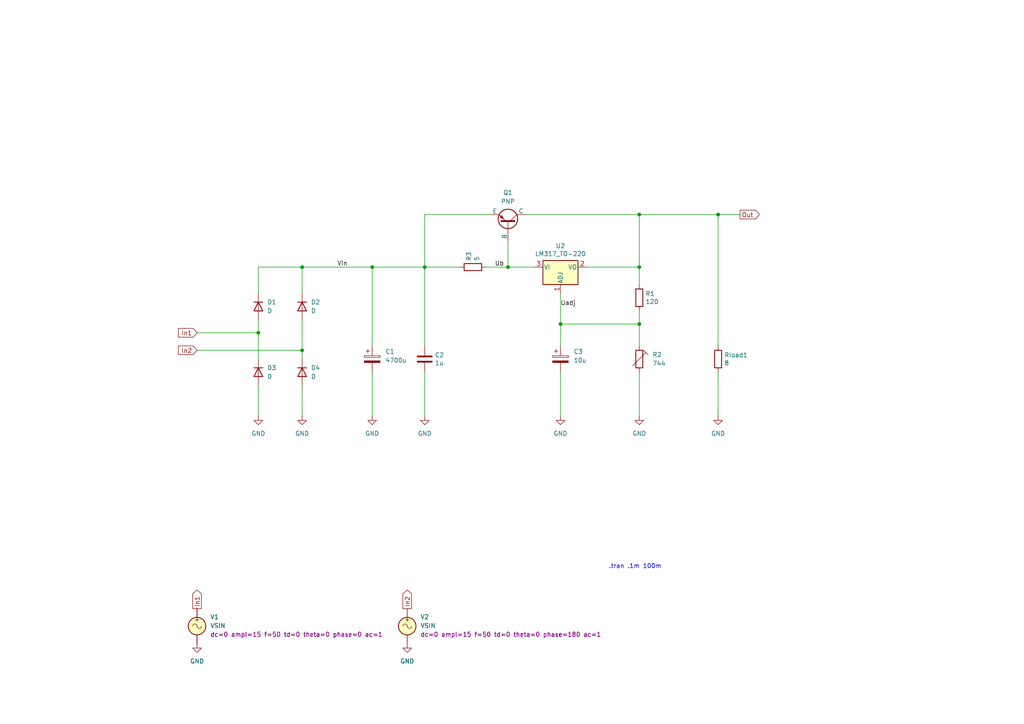
<source format=kicad_sch>
(kicad_sch (version 20231120) (generator "eeschema") (generator_version "8.0")
  (paper "A4")
  (title_block (title "Rectifier with 4 diodes, regulator and PNP passtransistor") (date "2024-05-27") (rev "2") (company "GitHub/OJStuff"))
  (lib_symbols
    (symbol "Device:C" (pin_numbers hide) (pin_names (offset 0.254))
      (property "Reference" "C" (at 0.635 2.54 0))
      (property "Value" "C" (at 0.635 -2.54 0))
      (symbol "C_0_1"
        (polyline (pts (xy -2.032 -0.762) (xy 2.032 -0.762)) (stroke (width 0.508)))
        (polyline (pts (xy -2.032 0.762) (xy 2.032 0.762)) (stroke (width 0.508)))
      )
      (symbol "C_1_1"
        (pin passive line (at 0 3.81 270) (length 2.794) (name "~") (number "1"))
        (pin passive line (at 0 -3.81 90) (length 2.794) (name "~") (number "2"))
      )
    )
    (symbol "Device:C_Polarized" (pin_numbers hide) (pin_names (offset 0.254))
      (property "Reference" "C" (at 0.635 2.54 0))
      (property "Value" "C_Polarized" (at 0.635 -2.54 0))
      (symbol "C_Polarized_0_1"
        (rectangle (start -2.286 0.508) (end 2.286 1.016))
        (polyline (pts (xy -1.778 2.286) (xy -0.762 2.286)))
        (polyline (pts (xy -1.27 2.794) (xy -1.27 1.778)))
        (rectangle (start 2.286 -0.508) (end -2.286 -1.016) (fill (type outline)))
      )
      (symbol "C_Polarized_1_1"
        (pin passive line (at 0 3.81 270) (length 2.794) (name "~") (number "1"))
        (pin passive line (at 0 -3.81 90) (length 2.794) (name "~") (number "2"))
      )
    )
    (symbol "Device:D" (pin_numbers hide) (pin_names (offset 1.016) hide)
      (property "Reference" "D" (at 0 2.54 0))
      (property "Value" "D" (at 0 -2.54 0))
      (symbol "D_0_1"
        (polyline (pts (xy -1.27 1.27) (xy -1.27 -1.27)) (stroke (width 0.254)))
        (polyline (pts (xy 1.27 0) (xy -1.27 0)))
        (polyline (pts (xy 1.27 1.27) (xy 1.27 -1.27) (xy -1.27 0) (xy 1.27 1.27)) (stroke (width 0.254)))
      )
      (symbol "D_1_1"
        (pin passive line (at -3.81 0 0) (length 2.54) (name "K") (number "1"))
        (pin passive line (at 3.81 0 180) (length 2.54) (name "A") (number "2"))
      )
    )
    (symbol "Device:R" (pin_numbers hide) (pin_names (offset 0))
      (property "Reference" "R" (at 2.032 0 90))
      (property "Value" "R" (at 0 0 90))
      (symbol "R_0_1"
        (rectangle (start -1.016 -2.54) (end 1.016 2.54) (stroke (width 0.254)))
      )
      (symbol "R_1_1"
        (pin passive line (at 0 3.81 270) (length 1.27) (name "~") (number "1"))
        (pin passive line (at 0 -3.81 90) (length 1.27) (name "~") (number "2"))
      )
    )
    (symbol "Device:R_Trim" (pin_numbers hide) (pin_names (offset 0))
      (property "Reference" "R" (at 2.54 -2.54 90))
      (property "Value" "R_Trim" (at -2.54 -0.635 90))
      (symbol "R_Trim_0_1"
        (rectangle (start -1.016 -2.54) (end 1.016 2.54) (stroke (width 0.254)))
        (polyline (pts (xy -1.905 -1.905) (xy 1.905 1.905) (xy 2.54 1.27) (xy 1.27 2.54)))
      )
      (symbol "R_Trim_1_1"
        (pin passive line (at 0 3.81 270) (length 1.27) (name "~") (number "1"))
        (pin passive line (at 0 -3.81 90) (length 1.27) (name "~") (number "2"))
      )
    )
    (symbol "GND_1" (power) (pin_numbers hide) (pin_names (offset 0) hide)
      (property "Value" "GND" (at 0 -3.81 0))
      (symbol "GND_1_0_1"
        (polyline (pts (xy 0 0) (xy 0 -1.27) (xy 1.27 -1.27) (xy 0 -2.54) (xy -1.27 -1.27) (xy 0 -1.27)))
      )
      (symbol "GND_1_1_1"
        (pin power_in line (at 0 0 270) (length 0) (name "~") (number "1"))
      )
    )
    (symbol "Regulator_Linear:LM317_TO-220" (pin_names (offset 0.254))
      (property "Reference" "U" (at -3.81 3.175 0))
      (property "Value" "LM317_TO-220" (at 0 3.175 0))
      (symbol "LM317_TO-220_0_1"
        (rectangle (start -5.08 1.905) (end 5.08 -5.08) (stroke (width 0.254)) (fill (type background)))
      )
      (symbol "LM317_TO-220_1_1"
        (pin input line (at 0 -7.62 90) (length 2.54) (name "ADJ") (number "1"))
        (pin power_out line (at 7.62 0 180) (length 2.54) (name "VO") (number "2"))
        (pin power_in line (at -7.62 0 0) (length 2.54) (name "VI") (number "3"))
      )
    )
    (symbol "Simulation_SPICE:PNP" (pin_numbers hide) (pin_names (offset 0))
      (property "Reference" "Q" (at -2.54 7.62 0))
      (property "Value" "PNP" (at -2.54 5.08 0))
      (symbol "PNP_0_1"
        (polyline (pts (xy -2.54 0) (xy 0.635 0)) (stroke (width 0.1524)))
        (polyline (pts (xy 0.635 0.635) (xy 2.54 2.54)))
        (polyline (pts (xy 0.635 -0.635) (xy 2.54 -2.54) (xy 2.54 -2.54)))
        (polyline (pts (xy 0.635 1.905) (xy 0.635 -1.905) (xy 0.635 -1.905)) (stroke (width 0.508)))
        (polyline (pts (xy 2.286 -1.778) (xy 1.778 -2.286) (xy 1.27 -1.27) (xy 2.286 -1.778) (xy 2.286 -1.778)) (fill (type outline)))
        (circle (center 1.27 0) (radius 2.8194) (stroke (width 0.254)))
      )
      (symbol "PNP_1_1"
        (pin open_collector line (at 2.54 5.08 270) (length 2.54) (name "C") (number "1"))
        (pin input line (at -5.08 0 0) (length 2.54) (name "B") (number "2"))
        (pin open_emitter line (at 2.54 -5.08 90) (length 2.54) (name "E") (number "3"))
      )
    )
    (symbol "VSIN_1" (pin_numbers hide) (pin_names (offset 0.0254))
      (property "Reference" "V" (at 2.54 2.54 0))
      (property "Value" "VSIN" (at 2.54 0 0))
      (property "Sim.Params" "dc=0 ampl=1 f=1k ac=1" (at 2.54 -2.54 0))
      (symbol "VSIN_1_0_0"
        (arc (start 0 0) (mid -0.635 0.6323) (end -1.27 0))
        (arc (start 0 0) (mid 0.635 -0.6323) (end 1.27 0))
        (text "+" (at 0 1.905 0) (effects (font (size 1.27 1.27))))
      )
      (symbol "VSIN_1_0_1"
        (circle (center 0 0) (radius 2.54) (stroke (width 0.254)) (fill (type background)))
      )
      (symbol "VSIN_1_1_1"
        (pin passive line (at 0 5.08 270) (length 2.54) (name "~") (number "1"))
        (pin passive line (at 0 -5.08 90) (length 2.54) (name "~") (number "2"))
      )
    )
  )
  (junction (at 123.19 77.47))
  (junction (at 185.42 62.23))
  (junction (at 162.56 93.98))
  (junction (at 74.93 96.52))
  (junction (at 185.42 77.47))
  (junction (at 147.32 77.47))
  (junction (at 208.28 62.23))
  (junction (at 107.95 77.47))
  (junction (at 87.63 101.6))
  (junction (at 87.63 77.47))
  (junction (at 185.42 93.98))
  (wire (pts (xy 123.19 107.95) (xy 123.19 120.65)))
  (wire (pts (xy 208.28 107.95) (xy 208.28 120.65)))
  (wire (pts (xy 74.93 92.71) (xy 74.93 96.52)))
  (wire (pts (xy 208.28 62.23) (xy 214.63 62.23)))
  (wire (pts (xy 87.63 111.76) (xy 87.63 120.65)))
  (wire (pts (xy 123.19 77.47) (xy 123.19 100.33)))
  (wire (pts (xy 123.19 62.23) (xy 123.19 77.47)))
  (wire (pts (xy 107.95 77.47) (xy 123.19 77.47)))
  (wire (pts (xy 147.32 77.47) (xy 154.94 77.47)))
  (wire (pts (xy 185.42 107.95) (xy 185.42 120.65)))
  (wire (pts (xy 87.63 85.09) (xy 87.63 77.47)))
  (wire (pts (xy 185.42 77.47) (xy 185.42 62.23)))
  (wire (pts (xy 74.93 77.47) (xy 87.63 77.47)))
  (wire (pts (xy 57.15 96.52) (xy 74.93 96.52)))
  (wire (pts (xy 107.95 77.47) (xy 107.95 100.33)))
  (wire (pts (xy 87.63 77.47) (xy 107.95 77.47)))
  (wire (pts (xy 185.42 90.17) (xy 185.42 93.98)))
  (wire (pts (xy 208.28 100.33) (xy 208.28 62.23)))
  (wire (pts (xy 74.93 96.52) (xy 74.93 104.14)))
  (wire (pts (xy 162.56 85.09) (xy 162.56 93.98)))
  (wire (pts (xy 152.4 62.23) (xy 185.42 62.23)))
  (wire (pts (xy 123.19 62.23) (xy 142.24 62.23)))
  (wire (pts (xy 185.42 93.98) (xy 185.42 100.33)))
  (wire (pts (xy 87.63 92.71) (xy 87.63 101.6)))
  (wire (pts (xy 107.95 107.95) (xy 107.95 120.65)))
  (wire (pts (xy 74.93 85.09) (xy 74.93 77.47)))
  (wire (pts (xy 170.18 77.47) (xy 185.42 77.47)))
  (wire (pts (xy 147.32 69.85) (xy 147.32 77.47)))
  (wire (pts (xy 162.56 93.98) (xy 185.42 93.98)))
  (wire (pts (xy 87.63 104.14) (xy 87.63 101.6)))
  (wire (pts (xy 185.42 62.23) (xy 208.28 62.23)))
  (wire (pts (xy 57.15 101.6) (xy 87.63 101.6)))
  (wire (pts (xy 123.19 77.47) (xy 133.35 77.47)))
  (wire (pts (xy 162.56 107.95) (xy 162.56 120.65)))
  (wire (pts (xy 185.42 77.47) (xy 185.42 82.55)))
  (wire (pts (xy 140.97 77.47) (xy 147.32 77.47)))
  (wire (pts (xy 162.56 93.98) (xy 162.56 100.33)))
  (wire (pts (xy 74.93 111.76) (xy 74.93 120.65)))
  (text ".tran .1m 100m" (at 176.53 165.1 0) (effects (font (size 1.27 1.27)) (justify left bottom)))
  (label "Vin" (at 97.79 77.47 0))
  (label "Ub" (at 143.51 77.47 0))
  (label "Uadj" (at 162.56 88.9 0))
  (global_label "In2" (shape input) (at 57.15 101.6 180) (property "Intersheetrefs" "${INTERSHEET_REFS}" (effects (hide yes))))
  (global_label "Out" (shape output) (at 214.63 62.23 0) (property "Intersheetrefs" "${INTERSHEET_REFS}" (effects (hide yes))))
  (global_label "In1" (shape input) (at 57.15 96.52 180) (property "Intersheetrefs" "${INTERSHEET_REFS}" (effects (hide yes))))
  (global_label "In1" (shape output) (at 57.15 176.53 90) (property "Intersheetrefs" "${INTERSHEET_REFS}" (effects (hide yes))))
  (global_label "In2" (shape output) (at 118.11 176.53 90) (property "Intersheetrefs" "${INTERSHEET_REFS}" (effects (hide yes))))
  (symbol (lib_name "GND_1") (lib_id "power:GND") (at 57.15 186.69 0) (unit 1)
    (property "Reference" "#PWR05" (effects (hide yes)))
    (property "Value" "GND" (at 57.15 191.77 0))
    (property "Description" "Power symbol creates a global label with name \"GND\" , ground" (effects (hide yes)))
  )
  (symbol (lib_id "Device:R_Trim") (at 185.42 104.14 0) (unit 1)
    (property "Reference" "R2" (at 189.23 102.8699 0) (effects (justify left)))
    (property "Value" "744" (at 189.23 105.4099 0) (effects (justify left)))
  )
  (symbol (lib_name "GND_1") (lib_id "power:GND") (at 208.28 120.65 0) (unit 1)
    (property "Reference" "#PWR09" (effects (hide yes)))
    (property "Value" "GND" (at 208.28 125.73 0))
    (property "Description" "Power symbol creates a global label with name \"GND\" , ground" (effects (hide yes)))
  )
  (symbol (lib_name "GND_1") (lib_id "power:GND") (at 74.93 120.65 0) (unit 1)
    (property "Reference" "#PWR02" (effects (hide yes)))
    (property "Value" "GND" (at 74.93 125.73 0))
    (property "Description" "Power symbol creates a global label with name \"GND\" , ground" (effects (hide yes)))
  )
  (symbol (lib_id "Device:D") (at 74.93 88.9 270) (unit 1)
    (property "Reference" "D1" (at 77.47 87.6299 90) (effects (justify left)))
    (property "Value" "D" (at 77.47 90.1699 90) (effects (justify left)))
    (property "Description" "Diode" (effects (hide yes)))
    (property "Sim.Device" "D" (effects (hide yes)))
    (property "Sim.Pins" "1=K 2=A" (effects (hide yes)))
  )
  (symbol (lib_name "GND_1") (lib_id "power:GND") (at 87.63 120.65 0) (unit 1)
    (property "Reference" "#PWR03" (effects (hide yes)))
    (property "Value" "GND" (at 87.63 125.73 0))
    (property "Description" "Power symbol creates a global label with name \"GND\" , ground" (effects (hide yes)))
  )
  (symbol (lib_id "Device:D") (at 87.63 107.95 270) (unit 1)
    (property "Reference" "D4" (at 90.17 106.6799 90) (effects (justify left)))
    (property "Value" "D" (at 90.17 109.2199 90) (effects (justify left)))
    (property "Description" "Diode" (effects (hide yes)))
    (property "Sim.Device" "D" (effects (hide yes)))
    (property "Sim.Pins" "1=K 2=A" (effects (hide yes)))
  )
  (symbol (lib_name "VSIN_1") (lib_id "Simulation_SPICE:VSIN") (at 57.15 181.61 0) (unit 1)
    (property "Reference" "V1" (at 60.96 178.9401 0) (effects (justify left)))
    (property "Value" "VSIN" (at 60.96 181.4801 0) (effects (justify left)))
    (property "Datasheet" "https://ngspice.sourceforge.io/docs/ngspice-html-manual/manual.xhtml#sec_Independent_Sources_for" (effects (hide yes)))
    (property "Description" "Voltage source, sinusoidal" (effects (hide yes)))
    (property "Sim.Pins" "1=+ 2=-" (effects (hide yes)))
    (property "Sim.Params" "dc=0 ampl=15 f=50 td=0 theta=0 phase=0 ac=1" (at 60.96 184.0201 0) (effects (justify left)))
    (property "Sim.Type" "SIN" (effects (hide yes)))
    (property "Sim.Device" "V" (effects (hide yes)))
  )
  (symbol (lib_name "GND_1") (lib_id "power:GND") (at 123.19 120.65 0) (unit 1)
    (property "Reference" "#PWR06" (effects (hide yes)))
    (property "Value" "GND" (at 123.19 125.73 0))
    (property "Description" "Power symbol creates a global label with name \"GND\" , ground" (effects (hide yes)))
  )
  (symbol (lib_id "Device:R") (at 137.16 77.47 90) (unit 1)
    (property "Reference" "R3" (at 135.9916 75.692 0) (effects (justify left)))
    (property "Value" "5" (at 138.303 75.692 0) (effects (justify left)))
    (property "Footprint" "Resistor_THT:R_Axial_DIN0309_L9.0mm_D3.2mm_P12.70mm_Horizontal" (effects (hide yes)))
  )
  (symbol (lib_name "GND_1") (lib_id "power:GND") (at 162.56 120.65 0) (unit 1)
    (property "Reference" "#PWR07" (effects (hide yes)))
    (property "Value" "GND" (at 162.56 125.73 0))
    (property "Description" "Power symbol creates a global label with name \"GND\" , ground" (effects (hide yes)))
  )
  (symbol (lib_id "Device:R") (at 185.42 86.36 0) (unit 1)
    (property "Reference" "R1" (at 187.198 85.1916 0) (effects (justify left)))
    (property "Value" "120" (at 187.198 87.503 0) (effects (justify left)))
    (property "Footprint" "Resistor_THT:R_Axial_DIN0309_L9.0mm_D3.2mm_P12.70mm_Horizontal" (effects (hide yes)))
  )
  (symbol (lib_name "GND_1") (lib_id "power:GND") (at 107.95 120.65 0) (unit 1)
    (property "Reference" "#PWR04" (effects (hide yes)))
    (property "Value" "GND" (at 107.95 125.73 0))
    (property "Description" "Power symbol creates a global label with name \"GND\" , ground" (effects (hide yes)))
  )
  (symbol (lib_id "Simulation_SPICE:PNP") (at 147.32 64.77 270) (mirror x) (unit 1)
    (property "Reference" "Q1" (at 147.32 55.88 90))
    (property "Value" "PNP" (at 147.32 58.42 90))
    (property "Datasheet" "https://ngspice.sourceforge.io/docs/ngspice-html-manual/manual.xhtml#cha_BJTs" (effects (hide yes)))
    (property "Description" "Bipolar transistor symbol for simulation only, substrate tied to the emitter" (effects (hide yes)))
    (property "Sim.Device" "PNP" (effects (hide yes)))
    (property "Sim.Type" "GUMMELPOON" (effects (hide yes)))
    (property "Sim.Pins" "1=C 2=B 3=E" (effects (hide yes)))
  )
  (symbol (lib_id "Regulator_Linear:LM317_TO-220") (at 162.56 77.47 0) (unit 1)
    (property "Reference" "U2" (at 162.56 71.3232 0))
    (property "Value" "LM317_TO-220" (at 162.56 73.6346 0))
    (property "Footprint" "Package_TO_SOT_THT:TO-220-3_Vertical" (effects (hide yes)))
    (property "Datasheet" "http://www.ti.com/lit/ds/symlink/lm317.pdf" (effects (hide yes)))
    (property "Sim.Library" "LM317-N.LIB" (effects (hide yes)))
    (property "Sim.Name" "LM317-N" (effects (hide yes)))
    (property "Sim.Pins" "3=1 1=2 2=3" (effects (hide yes)))
  )
  (symbol (lib_id "Device:C_Polarized") (at 162.56 104.14 0) (unit 1)
    (property "Reference" "C3" (at 166.37 101.981 0) (effects (justify left)))
    (property "Value" "10u" (at 166.37 104.521 0) (effects (justify left)))
    (property "Footprint" "Capacitor_THT:CP_Radial_D5.0mm_P2.50mm" (effects (hide yes)))
  )
  (symbol (lib_name "GND_1") (lib_id "power:GND") (at 118.11 186.69 0) (unit 1)
    (property "Reference" "#PWR01" (effects (hide yes)))
    (property "Value" "GND" (at 118.11 191.77 0))
    (property "Description" "Power symbol creates a global label with name \"GND\" , ground" (effects (hide yes)))
  )
  (symbol (lib_name "VSIN_1") (lib_id "Simulation_SPICE:VSIN") (at 118.11 181.61 0) (unit 1)
    (property "Reference" "V2" (at 121.92 178.9401 0) (effects (justify left)))
    (property "Value" "VSIN" (at 121.92 181.4801 0) (effects (justify left)))
    (property "Datasheet" "https://ngspice.sourceforge.io/docs/ngspice-html-manual/manual.xhtml#sec_Independent_Sources_for" (effects (hide yes)))
    (property "Description" "Voltage source, sinusoidal" (effects (hide yes)))
    (property "Sim.Pins" "1=+ 2=-" (effects (hide yes)))
    (property "Sim.Params" "dc=0 ampl=15 f=50 td=0 theta=0 phase=180 ac=1" (at 121.92 184.0201 0) (effects (justify left)))
    (property "Sim.Type" "SIN" (effects (hide yes)))
    (property "Sim.Device" "V" (effects (hide yes)))
  )
  (symbol (lib_id "Device:D") (at 74.93 107.95 270) (unit 1)
    (property "Reference" "D3" (at 77.47 106.6799 90) (effects (justify left)))
    (property "Value" "D" (at 77.47 109.2199 90) (effects (justify left)))
    (property "Description" "Diode" (effects (hide yes)))
    (property "Sim.Device" "D" (effects (hide yes)))
    (property "Sim.Pins" "1=K 2=A" (effects (hide yes)))
  )
  (symbol (lib_id "Device:C_Polarized") (at 107.95 104.14 0) (unit 1)
    (property "Reference" "C1" (at 111.76 101.9809 0) (effects (justify left)))
    (property "Value" "4700u" (at 111.76 104.5209 0) (effects (justify left)))
    (property "Footprint" "Capacitor_THT:CP_Radial_D16.0mm_P7.50mm" (effects (hide yes)))
  )
  (symbol (lib_name "GND_1") (lib_id "power:GND") (at 185.42 120.65 0) (unit 1)
    (property "Reference" "#PWR08" (effects (hide yes)))
    (property "Value" "GND" (at 185.42 125.73 0))
    (property "Description" "Power symbol creates a global label with name \"GND\" , ground" (effects (hide yes)))
  )
  (symbol (lib_id "Device:C") (at 123.19 104.14 0) (unit 1)
    (property "Reference" "C2" (at 126.111 102.9716 0) (effects (justify left)))
    (property "Value" "1u" (at 126.111 105.283 0) (effects (justify left)))
    (property "Footprint" "Capacitor_THT:C_Disc_D3.0mm_W1.6mm_P2.50mm" (effects (hide yes)))
  )
  (symbol (lib_id "Device:R") (at 208.28 104.14 0) (unit 1)
    (property "Reference" "Rload1" (at 210.058 102.9716 0) (effects (justify left)))
    (property "Value" "8" (at 210.058 105.283 0) (effects (justify left)))
    (property "Footprint" "Resistor_THT:R_Axial_DIN0309_L9.0mm_D3.2mm_P12.70mm_Horizontal" (effects (hide yes)))
  )
  (symbol (lib_id "Device:D") (at 87.63 88.9 270) (unit 1)
    (property "Reference" "D2" (at 90.17 87.6299 90) (effects (justify left)))
    (property "Value" "D" (at 90.17 90.1699 90) (effects (justify left)))
    (property "Description" "Diode" (effects (hide yes)))
    (property "Sim.Device" "D" (effects (hide yes)))
    (property "Sim.Pins" "1=K 2=A" (effects (hide yes)))
  )
)
</source>
